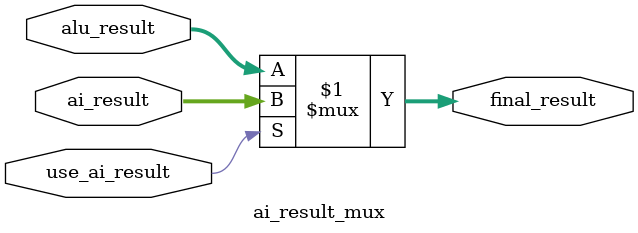
<source format=v>

module ai_result_mux(
    input [31:0] alu_result,
    input [31:0] ai_result,
    input use_ai_result,
    output [31:0] final_result
);
    assign final_result = use_ai_result ? ai_result : alu_result;
endmodule

</source>
